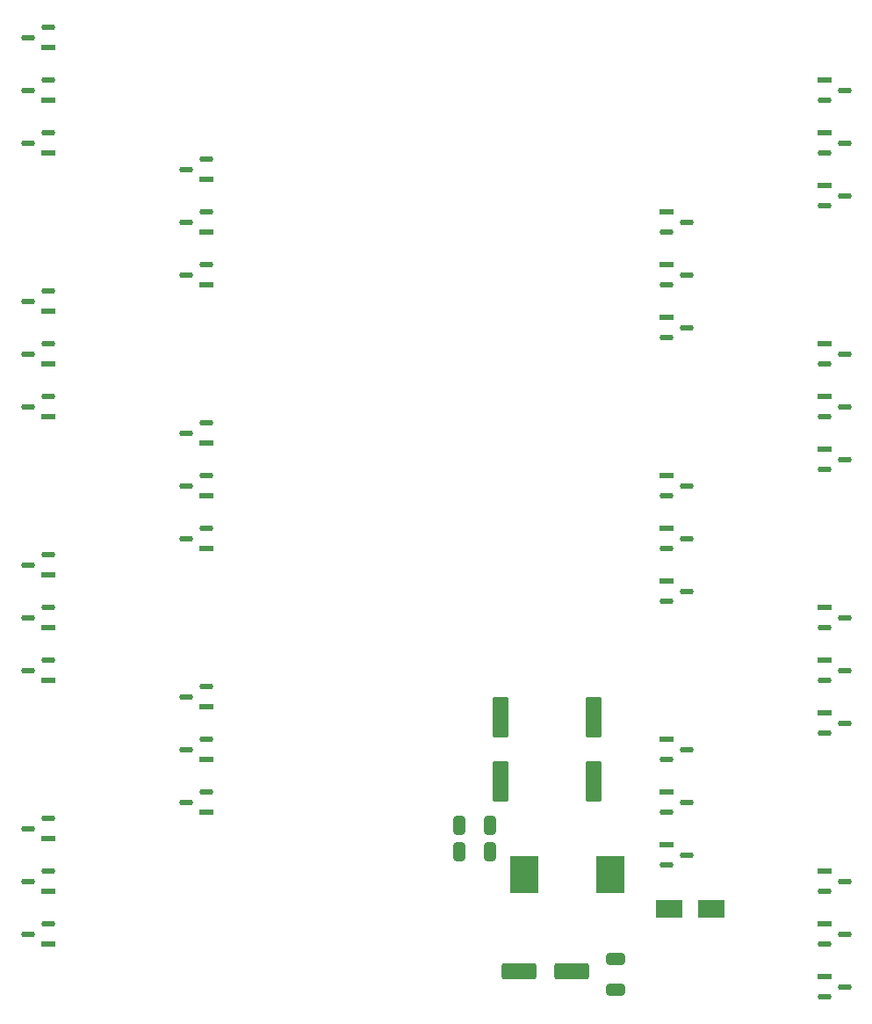
<source format=gbr>
%TF.GenerationSoftware,KiCad,Pcbnew,(6.0.1)*%
%TF.CreationDate,2022-10-30T18:49:11+02:00*%
%TF.ProjectId,stairway-to-heaven-pcb,73746169-7277-4617-992d-746f2d686561,rev?*%
%TF.SameCoordinates,Original*%
%TF.FileFunction,Paste,Top*%
%TF.FilePolarity,Positive*%
%FSLAX46Y46*%
G04 Gerber Fmt 4.6, Leading zero omitted, Abs format (unit mm)*
G04 Created by KiCad (PCBNEW (6.0.1)) date 2022-10-30 18:49:11*
%MOMM*%
%LPD*%
G01*
G04 APERTURE LIST*
G04 Aperture macros list*
%AMRoundRect*
0 Rectangle with rounded corners*
0 $1 Rounding radius*
0 $2 $3 $4 $5 $6 $7 $8 $9 X,Y pos of 4 corners*
0 Add a 4 corners polygon primitive as box body*
4,1,4,$2,$3,$4,$5,$6,$7,$8,$9,$2,$3,0*
0 Add four circle primitives for the rounded corners*
1,1,$1+$1,$2,$3*
1,1,$1+$1,$4,$5*
1,1,$1+$1,$6,$7*
1,1,$1+$1,$8,$9*
0 Add four rect primitives between the rounded corners*
20,1,$1+$1,$2,$3,$4,$5,0*
20,1,$1+$1,$4,$5,$6,$7,0*
20,1,$1+$1,$6,$7,$8,$9,0*
20,1,$1+$1,$8,$9,$2,$3,0*%
G04 Aperture macros list end*
%ADD10R,1.374609X0.577986*%
%ADD11RoundRect,0.288993X-0.398311X0.000000X0.398311X0.000000X0.398311X0.000000X-0.398311X0.000000X0*%
%ADD12RoundRect,0.288993X0.398311X0.000000X-0.398311X0.000000X-0.398311X0.000000X0.398311X0.000000X0*%
%ADD13RoundRect,0.250000X0.325000X0.650000X-0.325000X0.650000X-0.325000X-0.650000X0.325000X-0.650000X0*%
%ADD14R,2.700000X3.600000*%
%ADD15RoundRect,0.250000X0.550000X-1.712500X0.550000X1.712500X-0.550000X1.712500X-0.550000X-1.712500X0*%
%ADD16R,2.500000X1.800000*%
%ADD17RoundRect,0.250000X1.412500X0.550000X-1.412500X0.550000X-1.412500X-0.550000X1.412500X-0.550000X0*%
%ADD18RoundRect,0.250000X0.650000X-0.325000X0.650000X0.325000X-0.650000X0.325000X-0.650000X-0.325000X0*%
G04 APERTURE END LIST*
D10*
%TO.C,Q3*%
X188530000Y-134940000D03*
D11*
X190500000Y-135890000D03*
X188530001Y-136840000D03*
%TD*%
D10*
%TO.C,Q27*%
X128970000Y-108900000D03*
D12*
X127000000Y-107950000D03*
X128969999Y-107000000D03*
%TD*%
D10*
%TO.C,Q8*%
X173290000Y-117160000D03*
D11*
X175260000Y-118110000D03*
X173290001Y-119060000D03*
%TD*%
D10*
%TO.C,Q6*%
X188530000Y-109540000D03*
D11*
X190500000Y-110490000D03*
X188530001Y-111440000D03*
%TD*%
D10*
%TO.C,Q11*%
X173290000Y-91760000D03*
D11*
X175260000Y-92710000D03*
X173290001Y-93660000D03*
%TD*%
D10*
%TO.C,Q14*%
X188530000Y-79060000D03*
D11*
X190500000Y-80010000D03*
X188530001Y-80960000D03*
%TD*%
D10*
%TO.C,Q24*%
X113730000Y-121600000D03*
D12*
X111760000Y-120650000D03*
X113729999Y-119700000D03*
%TD*%
D10*
%TO.C,Q10*%
X173290000Y-86680000D03*
D11*
X175260000Y-87630000D03*
X173290001Y-88580000D03*
%TD*%
D13*
%TO.C,C6*%
X156337000Y-120319800D03*
X153387000Y-120319800D03*
%TD*%
D10*
%TO.C,Q33*%
X128970000Y-83500000D03*
D12*
X127000000Y-82550000D03*
X128969999Y-81600000D03*
%TD*%
D10*
%TO.C,Q30*%
X113730000Y-96200000D03*
D12*
X111760000Y-95250000D03*
X113729999Y-94300000D03*
%TD*%
D10*
%TO.C,Q2*%
X188530000Y-129860000D03*
D11*
X190500000Y-130810000D03*
X188530001Y-131760000D03*
%TD*%
D10*
%TO.C,Q20*%
X188530000Y-53660000D03*
D11*
X190500000Y-54610000D03*
X188530001Y-55560000D03*
%TD*%
D13*
%TO.C,C5*%
X156337000Y-122859800D03*
X153387000Y-122859800D03*
%TD*%
D10*
%TO.C,Q28*%
X113730000Y-106360000D03*
D12*
X111760000Y-105410000D03*
X113729999Y-104460000D03*
%TD*%
D10*
%TO.C,Q32*%
X128970000Y-88580000D03*
D12*
X127000000Y-87630000D03*
X128969999Y-86680000D03*
%TD*%
D10*
%TO.C,Q21*%
X188530000Y-58740000D03*
D11*
X190500000Y-59690000D03*
X188530001Y-60640000D03*
%TD*%
D10*
%TO.C,Q12*%
X173290000Y-96840000D03*
D11*
X175260000Y-97790000D03*
X173290001Y-98740000D03*
%TD*%
D10*
%TO.C,Q36*%
X113730000Y-70800000D03*
D12*
X111760000Y-69850000D03*
X113729999Y-68900000D03*
%TD*%
D10*
%TO.C,Q9*%
X173290000Y-122240000D03*
D11*
X175260000Y-123190000D03*
X173290001Y-124140000D03*
%TD*%
D10*
%TO.C,Q1*%
X188530000Y-124780000D03*
D11*
X190500000Y-125730000D03*
X188530001Y-126680000D03*
%TD*%
D10*
%TO.C,Q41*%
X113730000Y-50480000D03*
D12*
X111760000Y-49530000D03*
X113729999Y-48580000D03*
%TD*%
D10*
%TO.C,Q35*%
X113730000Y-75880000D03*
D12*
X111760000Y-74930000D03*
X113729999Y-73980000D03*
%TD*%
D10*
%TO.C,Q39*%
X128970000Y-58100000D03*
D12*
X127000000Y-57150000D03*
X128969999Y-56200000D03*
%TD*%
D10*
%TO.C,Q42*%
X113730000Y-45400000D03*
D12*
X111760000Y-44450000D03*
X113729999Y-43500000D03*
%TD*%
D14*
%TO.C,L1*%
X167919400Y-125069600D03*
X159619400Y-125069600D03*
%TD*%
D15*
%TO.C,C2*%
X166344600Y-116103400D03*
X166344600Y-109928400D03*
%TD*%
D16*
%TO.C,D1*%
X173615600Y-128397000D03*
X177615600Y-128397000D03*
%TD*%
D10*
%TO.C,Q26*%
X128970000Y-113980000D03*
D12*
X127000000Y-113030000D03*
X128969999Y-112080000D03*
%TD*%
D10*
%TO.C,Q17*%
X173290000Y-66360000D03*
D11*
X175260000Y-67310000D03*
X173290001Y-68260000D03*
%TD*%
D10*
%TO.C,Q16*%
X173290000Y-61280000D03*
D11*
X175260000Y-62230000D03*
X173290001Y-63180000D03*
%TD*%
D17*
%TO.C,C1*%
X164183100Y-134416800D03*
X159108100Y-134416800D03*
%TD*%
D10*
%TO.C,Q4*%
X188530000Y-99380000D03*
D11*
X190500000Y-100330000D03*
X188530001Y-101280000D03*
%TD*%
D10*
%TO.C,Q40*%
X113730000Y-55560000D03*
D12*
X111760000Y-54610000D03*
X113729999Y-53660000D03*
%TD*%
D10*
%TO.C,Q34*%
X113730000Y-80960000D03*
D12*
X111760000Y-80010000D03*
X113729999Y-79060000D03*
%TD*%
D10*
%TO.C,Q22*%
X113730000Y-131760000D03*
D12*
X111760000Y-130810000D03*
X113729999Y-129860000D03*
%TD*%
D10*
%TO.C,Q31*%
X128970000Y-93660000D03*
D12*
X127000000Y-92710000D03*
X128969999Y-91760000D03*
%TD*%
D10*
%TO.C,Q25*%
X128970000Y-119060000D03*
D12*
X127000000Y-118110000D03*
X128969999Y-117160000D03*
%TD*%
D10*
%TO.C,Q38*%
X128970000Y-63180000D03*
D12*
X127000000Y-62230000D03*
X128969999Y-61280000D03*
%TD*%
D10*
%TO.C,Q37*%
X128970000Y-68260000D03*
D12*
X127000000Y-67310000D03*
X128969999Y-66360000D03*
%TD*%
D10*
%TO.C,Q15*%
X188530000Y-84140000D03*
D11*
X190500000Y-85090000D03*
X188530001Y-86040000D03*
%TD*%
D10*
%TO.C,Q7*%
X173290000Y-112080000D03*
D11*
X175260000Y-113030000D03*
X173290001Y-113980000D03*
%TD*%
D15*
%TO.C,C4*%
X157302200Y-116078000D03*
X157302200Y-109903000D03*
%TD*%
D18*
%TO.C,C3*%
X168427400Y-136144000D03*
X168427400Y-133194000D03*
%TD*%
D10*
%TO.C,Q19*%
X188530000Y-48580000D03*
D11*
X190500000Y-49530000D03*
X188530001Y-50480000D03*
%TD*%
D10*
%TO.C,Q18*%
X173290000Y-71440000D03*
D11*
X175260000Y-72390000D03*
X173290001Y-73340000D03*
%TD*%
D10*
%TO.C,Q13*%
X188530000Y-73980000D03*
D11*
X190500000Y-74930000D03*
X188530001Y-75880000D03*
%TD*%
D10*
%TO.C,Q29*%
X113730000Y-101280000D03*
D12*
X111760000Y-100330000D03*
X113729999Y-99380000D03*
%TD*%
D10*
%TO.C,Q5*%
X188530000Y-104460000D03*
D11*
X190500000Y-105410000D03*
X188530001Y-106360000D03*
%TD*%
D10*
%TO.C,Q23*%
X113730000Y-126680000D03*
D12*
X111760000Y-125730000D03*
X113729999Y-124780000D03*
%TD*%
M02*

</source>
